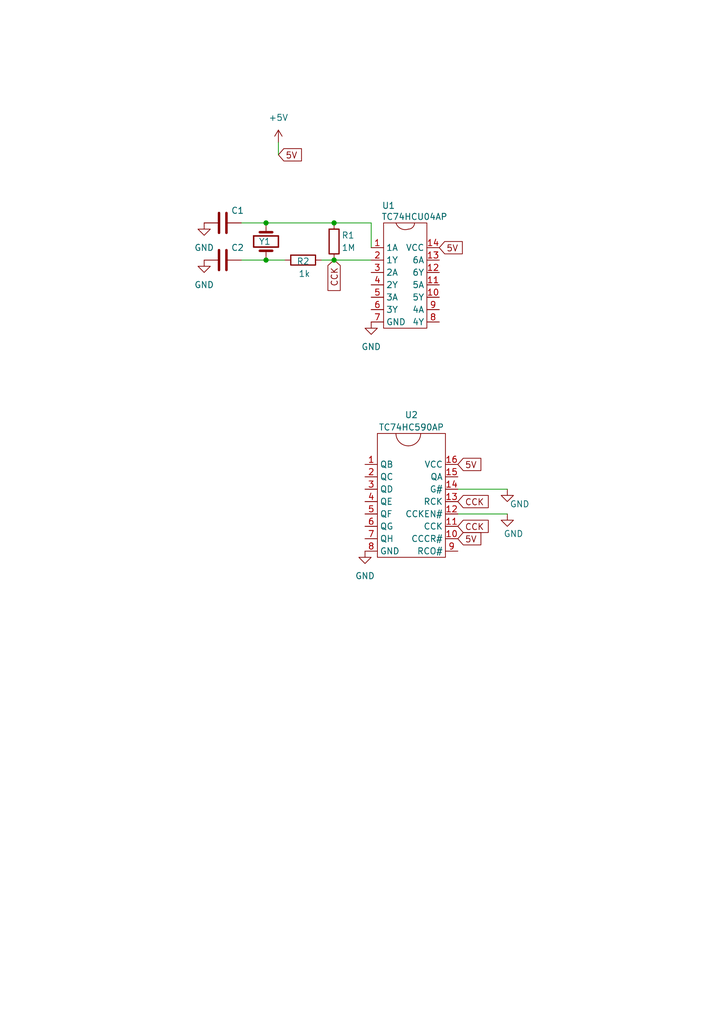
<source format=kicad_sch>
(kicad_sch (version 20231120) (generator "eeschema") (generator_version "8.0")
  (paper "A5" portrait)
  (lib_symbols
    (symbol "0Ore:TC74HC590AP"
      (property "Reference" "U" (at -13.97 0 0))
      (symbol "TC74HC590AP_0_1"
        (rectangle (start -19.05 1.27) (end -5.08 26.67))
        (arc (start -15.24 26.67) (mid -14.4961 24.8739) (end -12.7 24.13))
        (arc (start -12.7 24.13) (mid -10.9039 24.8739) (end -10.16 26.67))
      )
      (symbol "TC74HC590AP_1_1"
        (pin output line (at -21.59 20.32 0) (length 2.54) (name "QB") (number "1"))
        (pin input line (at -2.54 5.08 180) (length 2.54) (name "CCCR#") (number "10"))
        (pin input line (at -2.54 7.62 180) (length 2.54) (name "CCK") (number "11"))
        (pin input line (at -2.54 10.16 180) (length 2.54) (name "CCKEN#") (number "12"))
        (pin input line (at -2.54 12.7 180) (length 2.54) (name "RCK") (number "13"))
        (pin input line (at -2.54 15.24 180) (length 2.54) (name "G#") (number "14"))
        (pin output line (at -2.54 17.78 180) (length 2.54) (name "QA") (number "15"))
        (pin power_in line (at -2.54 20.32 180) (length 2.54) (name "VCC") (number "16"))
        (pin output line (at -21.59 17.78 0) (length 2.54) (name "QC") (number "2"))
        (pin output line (at -21.59 15.24 0) (length 2.54) (name "QD") (number "3"))
        (pin output line (at -21.59 12.7 0) (length 2.54) (name "QE") (number "4"))
        (pin output line (at -21.59 10.16 0) (length 2.54) (name "QF") (number "5"))
        (pin output line (at -21.59 7.62 0) (length 2.54) (name "QG") (number "6"))
        (pin output line (at -21.59 5.08 0) (length 2.54) (name "QH") (number "7"))
        (pin power_out line (at -21.59 2.54 0) (length 2.54) (name "GND") (number "8"))
        (pin output line (at -2.54 2.54 180) (length 2.54) (name "RCO#") (number "9"))
      )
    )
    (symbol "0Ore:TC74HCU04AP"
      (property "Reference" "U" (at 0 0 0))
      (symbol "TC74HCU04AP_0_1"
        (rectangle (start -5.08 24.13) (end 3.81 2.54))
        (arc (start -2.54 24.13) (mid -1.533 22.9689) (end 0 22.86))
        (arc (start 0 22.86) (mid 0.898 23.232) (end 1.27 24.13))
      )
      (symbol "TC74HCU04AP_1_1"
        (pin input line (at -7.62 19.05 0) (length 2.54) (name "1A") (number "1"))
        (pin output line (at 6.35 8.89 180) (length 2.54) (name "5Y") (number "10"))
        (pin input line (at 6.35 11.43 180) (length 2.54) (name "5A") (number "11"))
        (pin output line (at 6.35 13.97 180) (length 2.54) (name "6Y") (number "12"))
        (pin input line (at 6.35 16.51 180) (length 2.54) (name "6A") (number "13"))
        (pin power_in line (at 6.35 19.05 180) (length 2.54) (name "VCC") (number "14"))
        (pin output line (at -7.62 16.51 0) (length 2.54) (name "1Y") (number "2"))
        (pin input line (at -7.62 13.97 0) (length 2.54) (name "2A") (number "3"))
        (pin output line (at -7.62 11.43 0) (length 2.54) (name "2Y") (number "4"))
        (pin input line (at -7.62 8.89 0) (length 2.54) (name "3A") (number "5"))
        (pin output line (at -7.62 6.35 0) (length 2.54) (name "3Y") (number "6"))
        (pin power_out line (at -7.62 3.81 0) (length 2.54) (name "GND") (number "7"))
        (pin output line (at 6.35 3.81 180) (length 2.54) (name "4Y") (number "8"))
        (pin input line (at 6.35 6.35 180) (length 2.54) (name "4A") (number "9"))
      )
    )
    (symbol "Device:C" (pin_numbers hide) (pin_names (offset 0.254))
      (property "Reference" "C" (at 0.635 2.54 0))
      (property "Value" "C" (at 0.635 -2.54 0))
      (symbol "C_0_1"
        (polyline (pts (xy -2.032 -0.762) (xy 2.032 -0.762)) (stroke (width 0.508)))
        (polyline (pts (xy -2.032 0.762) (xy 2.032 0.762)) (stroke (width 0.508)))
      )
      (symbol "C_1_1"
        (pin passive line (at 0 3.81 270) (length 2.794) (name "~") (number "1"))
        (pin passive line (at 0 -3.81 90) (length 2.794) (name "~") (number "2"))
      )
    )
    (symbol "Device:Crystal" (pin_numbers hide) (pin_names (offset 1.016) hide)
      (property "Reference" "Y" (at 0 3.81 0))
      (property "Value" "Crystal" (at 0 -3.81 0))
      (symbol "Crystal_0_1"
        (rectangle (start -1.143 2.54) (end 1.143 -2.54) (stroke (width 0.3048)))
        (polyline (pts (xy -2.54 0) (xy -1.905 0)))
        (polyline (pts (xy -1.905 -1.27) (xy -1.905 1.27)) (stroke (width 0.508)))
        (polyline (pts (xy 1.905 -1.27) (xy 1.905 1.27)) (stroke (width 0.508)))
        (polyline (pts (xy 2.54 0) (xy 1.905 0)))
      )
      (symbol "Crystal_1_1"
        (pin passive line (at -3.81 0 0) (length 1.27) (name "1") (number "1"))
        (pin passive line (at 3.81 0 180) (length 1.27) (name "2") (number "2"))
      )
    )
    (symbol "Device:R" (pin_numbers hide) (pin_names (offset 0))
      (property "Reference" "R" (at 2.032 0 90))
      (property "Value" "R" (at 0 0 90))
      (symbol "R_0_1"
        (rectangle (start -1.016 -2.54) (end 1.016 2.54) (stroke (width 0.254)))
      )
      (symbol "R_1_1"
        (pin passive line (at 0 3.81 270) (length 1.27) (name "~") (number "1"))
        (pin passive line (at 0 -3.81 90) (length 1.27) (name "~") (number "2"))
      )
    )
    (symbol "power:+5V" (power) (pin_numbers hide) (pin_names (offset 0) hide)
      (property "Value" "+5V" (at 0 3.556 0))
      (symbol "+5V_0_1"
        (polyline (pts (xy -0.762 1.27) (xy 0 2.54)))
        (polyline (pts (xy 0 0) (xy 0 2.54)))
        (polyline (pts (xy 0 2.54) (xy 0.762 1.27)))
      )
      (symbol "+5V_1_1"
        (pin power_in line (at 0 0 90) (length 0) (name "~") (number "1"))
      )
    )
    (symbol "power:GND" (power) (pin_numbers hide) (pin_names (offset 0) hide)
      (property "Value" "GND" (at 0 -3.81 0))
      (symbol "GND_0_1"
        (polyline (pts (xy 0 0) (xy 0 -1.27) (xy 1.27 -1.27) (xy 0 -2.54) (xy -1.27 -1.27) (xy 0 -1.27)))
      )
      (symbol "GND_1_1"
        (pin power_in line (at 0 0 270) (length 0) (name "~") (number "1"))
      )
    )
  )
  (junction (at 68.58 45.72))
  (junction (at 68.58 53.34))
  (junction (at 54.61 53.34))
  (junction (at 54.61 45.72))
  (wire (pts (xy 49.53 45.72) (xy 54.61 45.72)))
  (wire (pts (xy 76.2 50.8) (xy 76.2 45.72)))
  (wire (pts (xy 66.04 53.34) (xy 68.58 53.34)))
  (wire (pts (xy 68.58 45.72) (xy 76.2 45.72)))
  (wire (pts (xy 93.98 100.33) (xy 104.14 100.33)))
  (wire (pts (xy 49.53 53.34) (xy 54.61 53.34)))
  (wire (pts (xy 93.98 105.41) (xy 104.14 105.41)))
  (wire (pts (xy 54.61 53.34) (xy 58.42 53.34)))
  (wire (pts (xy 54.61 45.72) (xy 68.58 45.72)))
  (wire (pts (xy 57.15 29.21) (xy 57.15 31.75)))
  (wire (pts (xy 68.58 53.34) (xy 76.2 53.34)))
  (global_label "CCK" (shape input) (at 93.98 102.87 0) (property "Intersheetrefs" "${INTERSHEET_REFS}" (effects (hide yes))))
  (global_label "5V" (shape input) (at 93.98 110.49 0) (property "Intersheetrefs" "${INTERSHEET_REFS}" (effects (hide yes))))
  (global_label "5V" (shape input) (at 57.15 31.75 0) (property "Intersheetrefs" "${INTERSHEET_REFS}" (effects (hide yes))))
  (global_label "5V" (shape input) (at 93.98 95.25 0) (property "Intersheetrefs" "${INTERSHEET_REFS}" (effects (hide yes))))
  (global_label "CCK" (shape input) (at 68.58 53.34 270) (property "Intersheetrefs" "${INTERSHEET_REFS}" (effects (hide yes))))
  (global_label "5V" (shape input) (at 90.17 50.8 0) (property "Intersheetrefs" "${INTERSHEET_REFS}" (effects (hide yes))))
  (global_label "CCK" (shape input) (at 93.98 107.95 0) (property "Intersheetrefs" "${INTERSHEET_REFS}" (effects (hide yes))))
  (symbol (lib_id "Device:C") (at 45.72 45.72 90) (unit 1)
    (property "Reference" "C1" (at 48.768 43.18 90))
    (property "Value" "C" (effects (hide yes)))
    (property "Description" "Unpolarized capacitor" (effects (hide yes)))
  )
  (symbol (lib_id "power:+5V") (at 57.15 29.21 0) (unit 1)
    (property "Reference" "#PWR01" (effects (hide yes)))
    (property "Value" "+5V" (at 57.15 24.13 0))
    (property "Description" "Power symbol creates a global label with name \"+5V\"" (effects (hide yes)))
  )
  (symbol (lib_id "power:GND") (at 104.14 105.41 0) (unit 1)
    (property "Reference" "#PWR06" (effects (hide yes)))
    (property "Value" "GND" (at 105.41 109.474 0))
    (property "Description" "Power symbol creates a global label with name \"GND\" , ground" (effects (hide yes)))
  )
  (symbol (lib_id "power:GND") (at 41.91 53.34 0) (unit 1)
    (property "Reference" "#PWR02" (effects (hide yes)))
    (property "Value" "GND" (at 41.91 58.42 0))
    (property "Description" "Power symbol creates a global label with name \"GND\" , ground" (effects (hide yes)))
  )
  (symbol (lib_id "power:GND") (at 41.91 45.72 0) (unit 1)
    (property "Reference" "#PWR04" (effects (hide yes)))
    (property "Value" "GND" (at 41.91 50.8 0))
    (property "Description" "Power symbol creates a global label with name \"GND\" , ground" (effects (hide yes)))
  )
  (symbol (lib_id "0Ore:TC74HCU04AP") (at 83.82 69.85 0) (unit 1)
    (property "Reference" "U1" (at 79.756 42.164 0))
    (property "Value" "TC74HCU04AP" (at 85.09 44.45 0))
  )
  (symbol (lib_id "Device:C") (at 45.72 53.34 90) (unit 1)
    (property "Reference" "C2" (at 48.768 50.8 90))
    (property "Value" "C" (effects (hide yes)))
    (property "Description" "Unpolarized capacitor" (effects (hide yes)))
  )
  (symbol (lib_id "power:GND") (at 74.93 113.03 0) (unit 1)
    (property "Reference" "#PWR05" (effects (hide yes)))
    (property "Value" "GND" (at 74.93 118.11 0))
    (property "Description" "Power symbol creates a global label with name \"GND\" , ground" (effects (hide yes)))
  )
  (symbol (lib_id "power:GND") (at 76.2 66.04 0) (unit 1)
    (property "Reference" "#PWR03" (effects (hide yes)))
    (property "Value" "GND" (at 76.2 71.12 0))
    (property "Description" "Power symbol creates a global label with name \"GND\" , ground" (effects (hide yes)))
  )
  (symbol (lib_id "0Ore:TC74HC590AP") (at 96.52 115.57 0) (unit 1)
    (property "Reference" "U2" (at 84.455 85.09 0))
    (property "Value" "TC74HC590AP" (at 84.455 87.63 0))
  )
  (symbol (lib_id "Device:Crystal") (at 54.61 49.53 90) (unit 1)
    (property "Reference" "Y1" (at 53.086 49.53 90) (effects (justify right)))
    (property "Value" "Crystal" (effects (hide yes)))
    (property "Description" "Two pin crystal" (effects (hide yes)))
  )
  (symbol (lib_id "Device:R") (at 68.58 49.53 0) (unit 1)
    (property "Reference" "R1" (at 70.104 48.26 0) (effects (justify left)))
    (property "Value" "1M" (at 70.104 50.8 0) (effects (justify left)))
    (property "Description" "Resistor" (effects (hide yes)))
  )
  (symbol (lib_id "power:GND") (at 104.14 100.33 0) (unit 1)
    (property "Reference" "#PWR07" (effects (hide yes)))
    (property "Value" "GND" (at 106.68 103.378 0))
    (property "Description" "Power symbol creates a global label with name \"GND\" , ground" (effects (hide yes)))
  )
  (symbol (lib_id "Device:R") (at 62.23 53.34 90) (unit 1)
    (property "Reference" "R2" (at 62.23 53.594 90))
    (property "Value" "1k" (at 62.484 56.134 90))
    (property "Description" "Resistor" (effects (hide yes)))
  )
)
</source>
